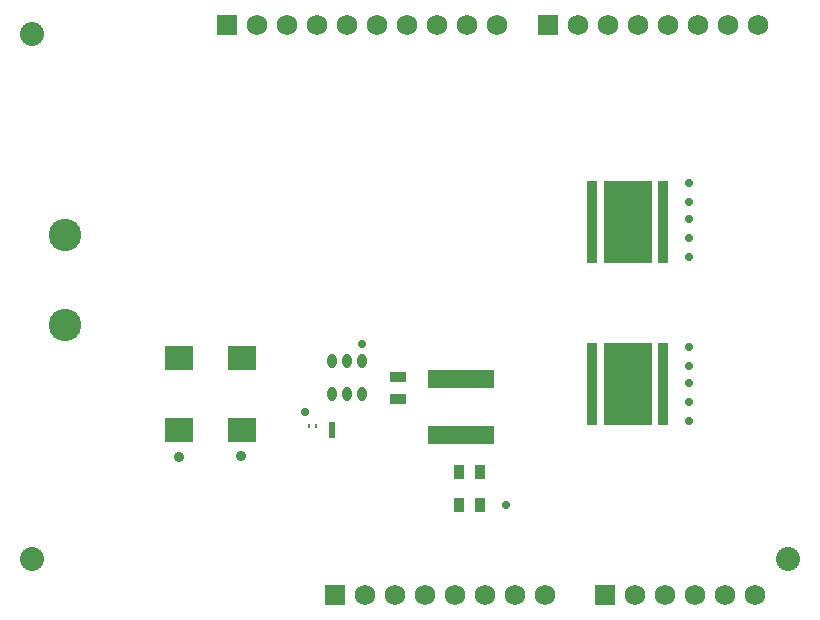
<source format=gts>
G04*
G04 #@! TF.GenerationSoftware,Altium Limited,Altium Designer,22.10.1 (41)*
G04*
G04 Layer_Color=8388736*
%FSLAX44Y44*%
%MOMM*%
G71*
G04*
G04 #@! TF.SameCoordinates,3906EDFC-F3CD-4CEC-90A2-A8884CA3E33F*
G04*
G04*
G04 #@! TF.FilePolarity,Negative*
G04*
G01*
G75*
%ADD16R,2.3300X1.9900*%
%ADD17R,5.7000X1.6000*%
%ADD18R,0.2500X0.3000*%
%ADD19R,1.4000X0.9500*%
%ADD23O,0.8032X1.2032*%
%ADD24R,0.5532X0.6532*%
%ADD25R,4.1032X6.9632*%
%ADD26R,0.9032X6.9632*%
%ADD27R,0.8532X1.2532*%
%ADD28C,1.7272*%
%ADD29R,1.7272X1.7272*%
%ADD30C,2.0320*%
%ADD31C,2.7432*%
%ADD32C,0.7112*%
%ADD33C,0.9144*%
D16*
X200660Y225680D02*
D03*
Y165480D02*
D03*
X147320Y225680D02*
D03*
Y165480D02*
D03*
D17*
X386080Y161280D02*
D03*
Y208280D02*
D03*
D18*
X264112Y168402D02*
D03*
X258112D02*
D03*
D19*
X332740Y191410D02*
D03*
Y209910D02*
D03*
D23*
X276860Y195580D02*
D03*
X289560D02*
D03*
X302260D02*
D03*
X276860Y223580D02*
D03*
X289560D02*
D03*
X302260D02*
D03*
D24*
X276860Y168350D02*
D03*
Y161850D02*
D03*
D25*
X527812Y341376D02*
D03*
Y204216D02*
D03*
D26*
X557812Y341376D02*
D03*
X497812D02*
D03*
X557812Y204216D02*
D03*
X497812D02*
D03*
D27*
X385200Y129540D02*
D03*
X402200D02*
D03*
X385200Y101600D02*
D03*
X402200D02*
D03*
D28*
X635000Y25400D02*
D03*
X609600D02*
D03*
X584200D02*
D03*
X558800D02*
D03*
X533400D02*
D03*
X365760Y508000D02*
D03*
X340360D02*
D03*
X314960D02*
D03*
X289560D02*
D03*
X264160D02*
D03*
X238760D02*
D03*
X213360D02*
D03*
X416560D02*
D03*
X391160D02*
D03*
X485140D02*
D03*
X510540D02*
D03*
X535940D02*
D03*
X561340D02*
D03*
X586740D02*
D03*
X612140D02*
D03*
X637540D02*
D03*
X304800Y25400D02*
D03*
X330200D02*
D03*
X355600D02*
D03*
X381000D02*
D03*
X406400D02*
D03*
X431800D02*
D03*
X457200D02*
D03*
D29*
X508000D02*
D03*
X187960Y508000D02*
D03*
X459740D02*
D03*
X279400Y25400D02*
D03*
D30*
X663603Y55900D02*
D03*
X22860D02*
D03*
Y500380D02*
D03*
D31*
X50800Y254000D02*
D03*
Y330200D02*
D03*
D32*
X302514Y237998D02*
D03*
X579882Y343475D02*
D03*
Y358206D02*
D03*
Y373955D02*
D03*
Y327980D02*
D03*
Y311724D02*
D03*
Y172974D02*
D03*
Y189230D02*
D03*
Y235204D02*
D03*
Y219456D02*
D03*
Y204724D02*
D03*
X424942Y101600D02*
D03*
X254000Y180340D02*
D03*
D33*
X200152Y143256D02*
D03*
X147320Y142240D02*
D03*
M02*

</source>
